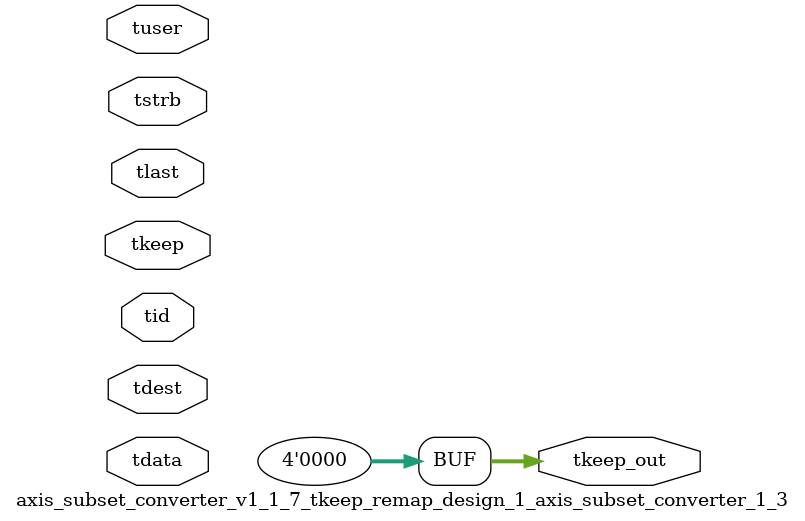
<source format=v>


`timescale 1ps/1ps

module axis_subset_converter_v1_1_7_tkeep_remap_design_1_axis_subset_converter_1_3 #
(
parameter C_S_AXIS_TDATA_WIDTH = 32,
parameter C_S_AXIS_TUSER_WIDTH = 0,
parameter C_S_AXIS_TID_WIDTH   = 0,
parameter C_S_AXIS_TDEST_WIDTH = 0,
parameter C_M_AXIS_TDATA_WIDTH = 32
)
(
input  [(C_S_AXIS_TDATA_WIDTH == 0 ? 1 : C_S_AXIS_TDATA_WIDTH)-1:0     ] tdata,
input  [(C_S_AXIS_TUSER_WIDTH == 0 ? 1 : C_S_AXIS_TUSER_WIDTH)-1:0     ] tuser,
input  [(C_S_AXIS_TID_WIDTH   == 0 ? 1 : C_S_AXIS_TID_WIDTH)-1:0       ] tid,
input  [(C_S_AXIS_TDEST_WIDTH == 0 ? 1 : C_S_AXIS_TDEST_WIDTH)-1:0     ] tdest,
input  [(C_S_AXIS_TDATA_WIDTH/8)-1:0 ] tkeep,
input  [(C_S_AXIS_TDATA_WIDTH/8)-1:0 ] tstrb,
input                                                                    tlast,
output [(C_M_AXIS_TDATA_WIDTH/8)-1:0 ] tkeep_out
);

assign tkeep_out = {1'b0};

endmodule


</source>
